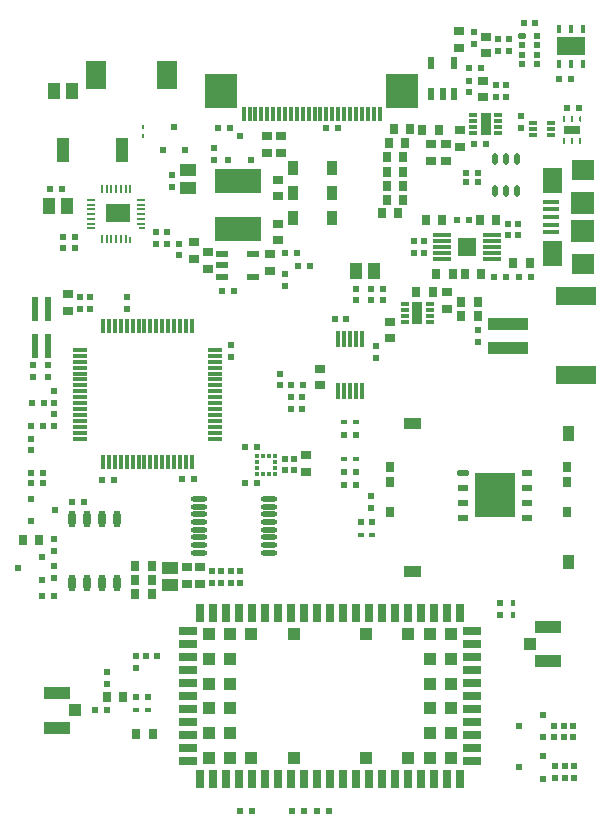
<source format=gbr>
%TF.GenerationSoftware,Altium Limited,Altium Designer,21.2.2 (38)*%
G04 Layer_Color=8421504*
%FSLAX45Y45*%
%MOMM*%
%TF.SameCoordinates,EE3A7C27-349B-46B6-A90B-2B7A9072729B*%
%TF.FilePolarity,Positive*%
%TF.FileFunction,Paste,Top*%
%TF.Part,Single*%
G01*
G75*
%TA.AperFunction,SMDPad,CuDef*%
%ADD11R,0.90000X0.80000*%
%ADD12R,0.80000X0.90000*%
%ADD13O,0.50000X1.00000*%
%ADD14R,0.30000X1.45000*%
%ADD15R,0.60000X0.50000*%
%ADD16R,1.10000X1.40000*%
%ADD17R,0.37500X0.35000*%
%ADD18R,0.35000X0.37500*%
%ADD19R,0.50000X0.60000*%
%ADD20O,0.60000X1.45000*%
%ADD21R,0.50000X0.30000*%
%ADD22R,0.70000X0.30000*%
%ADD23R,0.95000X1.95000*%
%ADD24R,3.50000X1.00000*%
%ADD25R,3.40000X1.50000*%
%TA.AperFunction,ConnectorPad*%
%ADD26R,1.35000X0.40000*%
%ADD27R,1.90000X1.80000*%
%TA.AperFunction,SMDPad,CuDef*%
G04:AMPARAMS|DCode=28|XSize=0.5mm|YSize=0.25mm|CornerRadius=0.0625mm|HoleSize=0mm|Usage=FLASHONLY|Rotation=90.000|XOffset=0mm|YOffset=0mm|HoleType=Round|Shape=RoundedRectangle|*
%AMROUNDEDRECTD28*
21,1,0.50000,0.12500,0,0,90.0*
21,1,0.37500,0.25000,0,0,90.0*
1,1,0.12500,0.06250,0.18750*
1,1,0.12500,0.06250,-0.18750*
1,1,0.12500,-0.06250,-0.18750*
1,1,0.12500,-0.06250,0.18750*
%
%ADD28ROUNDEDRECTD28*%
%ADD29R,0.25000X0.50000*%
%ADD30R,1.35000X0.65000*%
%ADD31R,0.67000X0.30000*%
%ADD32R,0.40000X0.80000*%
%ADD33R,2.40000X1.50000*%
G04:AMPARAMS|DCode=34|XSize=0.5mm|YSize=0.6mm|CornerRadius=0mm|HoleSize=0mm|Usage=FLASHONLY|Rotation=270.000|XOffset=0mm|YOffset=0mm|HoleType=Round|Shape=Octagon|*
%AMOCTAGOND34*
4,1,8,0.30000,0.12500,0.30000,-0.12500,0.17500,-0.25000,-0.17500,-0.25000,-0.30000,-0.12500,-0.30000,0.12500,-0.17500,0.25000,0.17500,0.25000,0.30000,0.12500,0.0*
%
%ADD34OCTAGOND34*%

%ADD35R,0.60000X1.10000*%
%ADD36R,2.70000X3.00000*%
%ADD37R,0.30000X1.20000*%
%ADD38R,1.40000X1.10000*%
%ADD39R,4.00000X2.00000*%
%ADD40R,1.10000X0.60000*%
%ADD41R,0.55000X2.00000*%
%ADD42R,1.00000X2.00000*%
%ADD43R,1.80000X2.40000*%
%ADD47R,0.30000X1.20000*%
%ADD48R,1.20000X0.30000*%
%ADD49R,0.30000X0.50000*%
%ADD50R,0.90000X1.20000*%
%ADD51R,0.50000X0.20000*%
%ADD52R,0.65000X0.20000*%
%ADD53R,0.20000X0.50000*%
%ADD54R,0.20000X0.65000*%
%ADD55R,2.00000X1.50000*%
%ADD56R,0.25000X0.36000*%
%ADD57R,1.60000X0.30000*%
%ADD58R,1.60000X1.60000*%
%ADD59R,0.80000X0.90000*%
%ADD60R,2.20000X1.05000*%
%ADD61R,1.05000X1.00000*%
%ADD62O,1.40000X0.45000*%
G04:AMPARAMS|DCode=63|XSize=0.96mm|YSize=0.5mm|CornerRadius=0.125mm|HoleSize=0mm|Usage=FLASHONLY|Rotation=0.000|XOffset=0mm|YOffset=0mm|HoleType=Round|Shape=RoundedRectangle|*
%AMROUNDEDRECTD63*
21,1,0.96000,0.25000,0,0,0.0*
21,1,0.71000,0.50000,0,0,0.0*
1,1,0.25000,0.35500,-0.12500*
1,1,0.25000,-0.35500,-0.12500*
1,1,0.25000,-0.35500,0.12500*
1,1,0.25000,0.35500,0.12500*
%
%ADD63ROUNDEDRECTD63*%
%ADD64R,0.96000X0.50000*%
%ADD65R,3.40000X3.80000*%
%TA.AperFunction,NonConductor*%
%ADD105R,1.55000X0.75000*%
%ADD106R,0.75000X1.55000*%
%TA.AperFunction,BGAPad,CuDef*%
%ADD107R,1.05000X1.05000*%
G36*
X3489000Y2331500D02*
X3349000D01*
Y2236500D01*
X3489000D01*
Y2331500D01*
D02*
G37*
G36*
Y3488500D02*
X3349000D01*
Y3583500D01*
X3489000D01*
Y3488500D01*
D02*
G37*
G36*
X4786000Y2307500D02*
X4691000D01*
Y2427500D01*
X4786000D01*
Y2307500D01*
D02*
G37*
G36*
Y3392500D02*
X4691000D01*
Y3512500D01*
X4786000D01*
Y3392500D01*
D02*
G37*
G36*
X4525000Y4870000D02*
Y5080000D01*
X4685000D01*
Y4870000D01*
X4525000D01*
D02*
G37*
G36*
X4765000Y5070000D02*
Y5260000D01*
X4955000D01*
Y5070000D01*
X4765000D01*
D02*
G37*
G36*
X4525000Y5490000D02*
Y5700000D01*
X4685000D01*
Y5490000D01*
X4525000D01*
D02*
G37*
G36*
X4765000Y5310000D02*
Y5500000D01*
X4955000D01*
Y5310000D01*
X4765000D01*
D02*
G37*
D11*
X1570000Y4930000D02*
D03*
Y5070000D02*
D03*
X3580000Y5900000D02*
D03*
Y5760000D02*
D03*
X3700000Y5900000D02*
D03*
Y5760000D02*
D03*
X2640000Y3860000D02*
D03*
Y4000000D02*
D03*
X2520000Y3130000D02*
D03*
Y3270000D02*
D03*
X3230000Y4260000D02*
D03*
Y4400000D02*
D03*
X3710000Y4650000D02*
D03*
Y4510000D02*
D03*
X3820000Y5880000D02*
D03*
Y6020000D02*
D03*
X4040000Y6810000D02*
D03*
Y6670000D02*
D03*
X3810000Y6720000D02*
D03*
Y6860000D02*
D03*
X2209999Y4970001D02*
D03*
Y4830001D02*
D03*
X1690000Y4987500D02*
D03*
Y4847500D02*
D03*
X500000Y4630000D02*
D03*
Y4490000D02*
D03*
X2190000Y5830002D02*
D03*
Y5970002D02*
D03*
X2310000Y5830002D02*
D03*
Y5970002D02*
D03*
X2280000Y5600000D02*
D03*
Y5460000D02*
D03*
Y5230000D02*
D03*
Y5090000D02*
D03*
X1620000Y2180000D02*
D03*
Y2320000D02*
D03*
X1507500Y2180000D02*
D03*
Y2320000D02*
D03*
X4020000Y6440000D02*
D03*
Y6300000D02*
D03*
D12*
X1212500Y2090000D02*
D03*
X1072500D02*
D03*
X1212500Y2330000D02*
D03*
X1072500D02*
D03*
X1212450Y2210062D02*
D03*
X1072450D02*
D03*
X4130000Y5260000D02*
D03*
X3990000D02*
D03*
X3860000Y4800000D02*
D03*
X4000000D02*
D03*
X3450000Y4650000D02*
D03*
X3590000D02*
D03*
X260000Y2550000D02*
D03*
X120000D02*
D03*
X3970000Y4450000D02*
D03*
X3830000D02*
D03*
X3970000Y4570000D02*
D03*
X3830000D02*
D03*
X4410000Y4900000D02*
D03*
X4270000D02*
D03*
X3760000Y4800000D02*
D03*
X3620000D02*
D03*
X3530000Y5260000D02*
D03*
X3670000D02*
D03*
X3500000Y6020000D02*
D03*
X3640000D02*
D03*
X3400000Y6030000D02*
D03*
X3260000D02*
D03*
X3360000Y5910000D02*
D03*
X3220000D02*
D03*
X3340000Y5790000D02*
D03*
X3200000D02*
D03*
X3340000Y5670000D02*
D03*
X3200000D02*
D03*
X3340000Y5550000D02*
D03*
X3200000D02*
D03*
X3340000Y5430000D02*
D03*
X3200000D02*
D03*
X3300000Y5320000D02*
D03*
X3160000D02*
D03*
X970000Y1220000D02*
D03*
X830000D02*
D03*
X1220000Y910000D02*
D03*
X1080000D02*
D03*
D13*
X4115000Y5505000D02*
D03*
X4210000D02*
D03*
X4305000D02*
D03*
X4115000Y5775000D02*
D03*
X4210000D02*
D03*
X4305000D02*
D03*
D14*
X2790000Y4250000D02*
D03*
X2840000D02*
D03*
X2890000D02*
D03*
X2940000D02*
D03*
X2990000D02*
D03*
Y3810000D02*
D03*
X2940000D02*
D03*
X2890000D02*
D03*
X2840000D02*
D03*
X2790000D02*
D03*
D15*
X330000Y4030000D02*
D03*
Y3930000D02*
D03*
X4310000Y5130000D02*
D03*
Y5230000D02*
D03*
X4230000Y5130000D02*
D03*
Y5230000D02*
D03*
X3170000Y4680000D02*
D03*
Y4580000D02*
D03*
X2940000Y4680000D02*
D03*
Y4580000D02*
D03*
X3070000Y4680000D02*
D03*
Y4580000D02*
D03*
X2340000Y3240000D02*
D03*
Y3140000D02*
D03*
X2420000Y3240000D02*
D03*
Y3140000D02*
D03*
X210000Y4030000D02*
D03*
Y3930000D02*
D03*
X380000Y3810000D02*
D03*
Y3710000D02*
D03*
X190000Y2900000D02*
D03*
Y2710000D02*
D03*
X390000Y2805000D02*
D03*
X380000Y2560000D02*
D03*
Y2460000D02*
D03*
X280000Y2215000D02*
D03*
Y2405000D02*
D03*
X80000Y2310000D02*
D03*
X380000Y2330000D02*
D03*
Y2230000D02*
D03*
X4630000Y540000D02*
D03*
Y640000D02*
D03*
X4710000Y540000D02*
D03*
Y640000D02*
D03*
X4320000Y625000D02*
D03*
X4520000Y720000D02*
D03*
Y530000D02*
D03*
Y880000D02*
D03*
Y1070000D02*
D03*
X4320000Y975000D02*
D03*
X4620000Y980000D02*
D03*
Y880000D02*
D03*
X4700001Y980000D02*
D03*
Y880000D02*
D03*
X4790000Y540000D02*
D03*
Y640000D02*
D03*
X4780000Y980000D02*
D03*
Y880000D02*
D03*
X4160000Y2020000D02*
D03*
Y1920000D02*
D03*
X3070000Y2920000D02*
D03*
Y2820000D02*
D03*
X3110000Y4190000D02*
D03*
Y4090000D02*
D03*
X3970000Y4230000D02*
D03*
Y4330000D02*
D03*
X3520000Y4980000D02*
D03*
Y5080000D02*
D03*
X3430000D02*
D03*
Y4980000D02*
D03*
X4340000Y6040000D02*
D03*
Y6140000D02*
D03*
X4210000Y6300000D02*
D03*
Y6400000D02*
D03*
X3900000Y6440000D02*
D03*
Y6340000D02*
D03*
X4350000Y6740000D02*
D03*
Y6660000D02*
D03*
Y6580000D02*
D03*
X4477600D02*
D03*
Y6660000D02*
D03*
Y6740000D02*
D03*
Y6820000D02*
D03*
X4240000Y6690000D02*
D03*
Y6790000D02*
D03*
X4140000Y6690000D02*
D03*
Y6790000D02*
D03*
X3940000Y6750000D02*
D03*
Y6850000D02*
D03*
X1380000Y5640000D02*
D03*
Y5540000D02*
D03*
X1000000Y4610000D02*
D03*
Y4510000D02*
D03*
X685000D02*
D03*
Y4610000D02*
D03*
X605000Y4510000D02*
D03*
Y4610000D02*
D03*
X560000Y5120000D02*
D03*
Y5020001D02*
D03*
X460000Y5120000D02*
D03*
Y5020001D02*
D03*
X4130000Y6300000D02*
D03*
Y6400000D02*
D03*
X1440000Y4960001D02*
D03*
Y5060001D02*
D03*
X1250000Y5160001D02*
D03*
Y5060001D02*
D03*
X1340000Y5160001D02*
D03*
Y5060001D02*
D03*
X2340000Y4800000D02*
D03*
Y4700000D02*
D03*
X2480000Y3760000D02*
D03*
Y3660000D02*
D03*
X2300000Y3860000D02*
D03*
Y3960000D02*
D03*
X2390000Y3760000D02*
D03*
Y3660000D02*
D03*
X1740000Y5770002D02*
D03*
Y5870002D02*
D03*
X830000Y1430000D02*
D03*
Y1330000D02*
D03*
X1720000Y2290000D02*
D03*
Y2190000D02*
D03*
X1960000Y2290000D02*
D03*
Y2190000D02*
D03*
X1080000Y1470000D02*
D03*
Y1570000D02*
D03*
X1800000Y2190000D02*
D03*
Y2290000D02*
D03*
X1880000D02*
D03*
Y2190000D02*
D03*
X380000Y3520000D02*
D03*
Y3620000D02*
D03*
X190000Y3410000D02*
D03*
Y3310000D02*
D03*
X1880000Y4100000D02*
D03*
Y4200000D02*
D03*
D16*
X2945000Y4830000D02*
D03*
X3095000D02*
D03*
X345000Y5380000D02*
D03*
X495000D02*
D03*
X385000Y6355000D02*
D03*
X535000D02*
D03*
D17*
X2100000Y3260000D02*
D03*
Y3110000D02*
D03*
X2252500D02*
D03*
Y3260000D02*
D03*
X2100000Y3160000D02*
D03*
Y3210000D02*
D03*
X2252500Y3160000D02*
D03*
Y3210000D02*
D03*
D18*
X2151250Y3261250D02*
D03*
X2201250D02*
D03*
X2151250Y3108750D02*
D03*
X2201250D02*
D03*
D19*
X300000Y3710000D02*
D03*
X200000D02*
D03*
X1570000Y3070000D02*
D03*
X1470000D02*
D03*
X890000Y3060000D02*
D03*
X790000D02*
D03*
X640000Y2870000D02*
D03*
X540000D02*
D03*
X190000Y3120000D02*
D03*
X290000D02*
D03*
Y3030000D02*
D03*
X190000D02*
D03*
X380000Y2080000D02*
D03*
X280000D02*
D03*
X2940000Y3019999D02*
D03*
X2840000D02*
D03*
X2840000Y3439999D02*
D03*
X2940000D02*
D03*
X4210000Y4780000D02*
D03*
X4110000D02*
D03*
X4320000D02*
D03*
X4420000D02*
D03*
X3800000Y5260000D02*
D03*
X3900000D02*
D03*
X3870000Y5580000D02*
D03*
X3970000D02*
D03*
X3870000Y5660000D02*
D03*
X3970000D02*
D03*
X4040000Y5900000D02*
D03*
X3940000D02*
D03*
X4660000Y6450000D02*
D03*
X4760000D02*
D03*
X4830000Y6210000D02*
D03*
X4730000D02*
D03*
X3900000Y6550000D02*
D03*
X4000000D02*
D03*
X4460000Y6930000D02*
D03*
X4360000D02*
D03*
X2690000Y6040000D02*
D03*
X2790000D02*
D03*
X1810000Y4660000D02*
D03*
X1910000D02*
D03*
X350000Y5520000D02*
D03*
X450000D02*
D03*
X1770000Y6040000D02*
D03*
X1870000D02*
D03*
X1955000Y5970002D02*
D03*
X2050000Y5770002D02*
D03*
X1860000D02*
D03*
X1400000Y6050000D02*
D03*
X1495000Y5850000D02*
D03*
X1305000D02*
D03*
X2450000Y4870000D02*
D03*
X2550000D02*
D03*
X2340000Y4980000D02*
D03*
X2440000D02*
D03*
X2390000Y3860000D02*
D03*
X2490000D02*
D03*
X2000000Y3030000D02*
D03*
X2100000D02*
D03*
X730000Y1110000D02*
D03*
X830000D02*
D03*
X2060000Y260000D02*
D03*
X1960000D02*
D03*
X2400000D02*
D03*
X2500000D02*
D03*
X2710000D02*
D03*
X2610000D02*
D03*
X1160000Y1570000D02*
D03*
X1260000D02*
D03*
X1180000Y1220000D02*
D03*
X1080000D02*
D03*
X2940000Y3129999D02*
D03*
X2840000D02*
D03*
X3080000Y2700000D02*
D03*
X2980000D02*
D03*
X289999Y3520000D02*
D03*
X190000D02*
D03*
X2860000Y4420000D02*
D03*
X2760000D02*
D03*
X2100000Y3340000D02*
D03*
X2000000D02*
D03*
D20*
X539500Y2187500D02*
D03*
X666500D02*
D03*
X793500D02*
D03*
X920500D02*
D03*
X539500Y2732500D02*
D03*
X666500D02*
D03*
X793500D02*
D03*
X920500D02*
D03*
D21*
X3080000Y2590000D02*
D03*
X2980000D02*
D03*
X2940000Y3239999D02*
D03*
X2840000D02*
D03*
X2840000Y3550000D02*
D03*
X2940000D02*
D03*
X1180000Y1110000D02*
D03*
X1080000D02*
D03*
D22*
X3564999Y4395000D02*
D03*
X3354999D02*
D03*
X3564999Y4545000D02*
D03*
Y4495000D02*
D03*
Y4445000D02*
D03*
X3354999Y4545000D02*
D03*
Y4445000D02*
D03*
Y4495000D02*
D03*
X3935000Y6145000D02*
D03*
X4145000D02*
D03*
X3935000Y5995000D02*
D03*
Y6045000D02*
D03*
Y6095000D02*
D03*
X4145000Y5995000D02*
D03*
Y6095000D02*
D03*
Y6045000D02*
D03*
D23*
X3459999Y4470000D02*
D03*
X4040000Y6070000D02*
D03*
D24*
X4230000Y4380000D02*
D03*
Y4180000D02*
D03*
D25*
X4805000Y4615000D02*
D03*
Y3945000D02*
D03*
D26*
X4592500Y5285000D02*
D03*
Y5350000D02*
D03*
Y5415000D02*
D03*
Y5220000D02*
D03*
Y5155000D02*
D03*
D27*
X4860000Y4885000D02*
D03*
Y5685000D02*
D03*
D28*
X4835000Y6115000D02*
D03*
D29*
X4770000D02*
D03*
X4705000D02*
D03*
Y5925000D02*
D03*
X4770000D02*
D03*
X4835000D02*
D03*
D30*
X4770000Y6020000D02*
D03*
D31*
X4590000Y5980000D02*
D03*
Y6030000D02*
D03*
Y6080000D02*
D03*
X4440000D02*
D03*
Y6030000D02*
D03*
Y5980000D02*
D03*
D32*
X4860000Y6880000D02*
D03*
X4760000D02*
D03*
X4660000D02*
D03*
X4860000Y6580000D02*
D03*
X4760000D02*
D03*
X4660000D02*
D03*
D33*
X4760000Y6730000D02*
D03*
D34*
X4350000Y6820000D02*
D03*
D35*
X3580000Y6330000D02*
D03*
X3675000D02*
D03*
X3770000D02*
D03*
Y6590000D02*
D03*
X3580000D02*
D03*
D36*
X1800000Y6350000D02*
D03*
X3330000D02*
D03*
D37*
X1990000Y6160000D02*
D03*
X2040000D02*
D03*
X2090000D02*
D03*
X2140000D02*
D03*
X2190000D02*
D03*
X2240000D02*
D03*
X2290000D02*
D03*
X2340000D02*
D03*
X2390000D02*
D03*
X2440000D02*
D03*
X2490000D02*
D03*
X2540000D02*
D03*
X2590000D02*
D03*
X2640000D02*
D03*
X2690000D02*
D03*
X2740000D02*
D03*
X2790000D02*
D03*
X2840000D02*
D03*
X2890000D02*
D03*
X2940000D02*
D03*
X2990000D02*
D03*
X3040000D02*
D03*
X3090000D02*
D03*
X3140000D02*
D03*
D38*
X1520000Y5685000D02*
D03*
Y5535000D02*
D03*
X1365000Y2317500D02*
D03*
Y2167500D02*
D03*
D39*
X1940000Y5180002D02*
D03*
Y5590002D02*
D03*
D40*
X2069999Y4970001D02*
D03*
Y4780001D02*
D03*
X1809999D02*
D03*
Y4875001D02*
D03*
Y4970001D02*
D03*
D41*
X330000Y4190000D02*
D03*
Y4510000D02*
D03*
X220000Y4190000D02*
D03*
Y4510000D02*
D03*
D42*
X460000Y5850000D02*
D03*
X960000D02*
D03*
D43*
X740000Y6490000D02*
D03*
X1340000D02*
D03*
D47*
X850000Y4360000D02*
D03*
X900000D02*
D03*
X950000D02*
D03*
X1000000D02*
D03*
X1050000D02*
D03*
X1100000D02*
D03*
X1150000D02*
D03*
X1200000D02*
D03*
X1250000D02*
D03*
X1300000D02*
D03*
X1350000D02*
D03*
X1400000D02*
D03*
X1450000D02*
D03*
X1500000D02*
D03*
X1550000D02*
D03*
Y3210000D02*
D03*
X1500000D02*
D03*
X1450000D02*
D03*
X1400000D02*
D03*
X1350000D02*
D03*
X1300000D02*
D03*
X1250000D02*
D03*
X1200000D02*
D03*
X1150000D02*
D03*
X1100000D02*
D03*
X1050000D02*
D03*
X1000000D02*
D03*
X950000D02*
D03*
X900000D02*
D03*
X850000D02*
D03*
X800000Y3209999D02*
D03*
Y4360000D02*
D03*
D48*
X1750000Y4160000D02*
D03*
Y4110000D02*
D03*
Y4060000D02*
D03*
Y4010000D02*
D03*
Y3960000D02*
D03*
Y3910000D02*
D03*
Y3860000D02*
D03*
Y3810000D02*
D03*
Y3760000D02*
D03*
Y3710000D02*
D03*
Y3660000D02*
D03*
Y3610000D02*
D03*
Y3560000D02*
D03*
Y3510000D02*
D03*
Y3460000D02*
D03*
Y3410000D02*
D03*
X600000Y3410000D02*
D03*
Y3510000D02*
D03*
Y3459999D02*
D03*
Y3709999D02*
D03*
Y3660000D02*
D03*
Y3610000D02*
D03*
Y3910000D02*
D03*
Y3860000D02*
D03*
Y3809999D02*
D03*
Y4110000D02*
D03*
Y4059999D02*
D03*
Y4010000D02*
D03*
Y3959999D02*
D03*
Y3760000D02*
D03*
Y3559999D02*
D03*
Y4160000D02*
D03*
D49*
X4270000Y1920000D02*
D03*
Y2020000D02*
D03*
D50*
X2410000Y5490002D02*
D03*
X2740000D02*
D03*
Y5700002D02*
D03*
X2410000D02*
D03*
Y5280002D02*
D03*
X2740000D02*
D03*
D51*
X1127500Y5190001D02*
D03*
D52*
X1120000Y5430001D02*
D03*
Y5390001D02*
D03*
Y5350000D02*
D03*
Y5310001D02*
D03*
Y5270001D02*
D03*
Y5230000D02*
D03*
X700000Y5190001D02*
D03*
Y5230000D02*
D03*
Y5270001D02*
D03*
Y5310001D02*
D03*
Y5350000D02*
D03*
Y5390001D02*
D03*
Y5430001D02*
D03*
D53*
X1030000Y5092501D02*
D03*
D54*
X990000Y5100000D02*
D03*
X950000D02*
D03*
X910000D02*
D03*
X870000D02*
D03*
X830000D02*
D03*
X790000D02*
D03*
Y5520001D02*
D03*
X830000D02*
D03*
X870000D02*
D03*
X1030000D02*
D03*
X990000D02*
D03*
X950000D02*
D03*
X910000D02*
D03*
D55*
X930000Y5320001D02*
D03*
D56*
X1140000Y6050000D02*
D03*
Y5970000D02*
D03*
D57*
X4090000Y4930000D02*
D03*
Y4980000D02*
D03*
Y5030000D02*
D03*
Y5080000D02*
D03*
Y5130000D02*
D03*
X3670000D02*
D03*
Y5080000D02*
D03*
Y5030000D02*
D03*
Y4980000D02*
D03*
Y4930000D02*
D03*
D58*
X3880000Y5030000D02*
D03*
D59*
X3233000Y2789000D02*
D03*
Y3043000D02*
D03*
Y3167000D02*
D03*
X4727000Y2789000D02*
D03*
Y3043000D02*
D03*
Y3167000D02*
D03*
D60*
X4570000Y1817500D02*
D03*
Y1522500D02*
D03*
X410000Y962500D02*
D03*
Y1257500D02*
D03*
D61*
X4417500Y1670000D02*
D03*
X562500Y1110000D02*
D03*
D62*
X1615000Y2897500D02*
D03*
Y2832500D02*
D03*
Y2767500D02*
D03*
Y2702500D02*
D03*
Y2637500D02*
D03*
Y2572500D02*
D03*
Y2507500D02*
D03*
Y2442500D02*
D03*
X2205000Y2897500D02*
D03*
Y2832500D02*
D03*
Y2767500D02*
D03*
Y2702500D02*
D03*
Y2637500D02*
D03*
Y2572500D02*
D03*
Y2507500D02*
D03*
Y2442500D02*
D03*
D63*
X3850000Y3120000D02*
D03*
D64*
Y2739000D02*
D03*
Y2993000D02*
D03*
Y2866000D02*
D03*
X4385000Y2739000D02*
D03*
Y2866000D02*
D03*
Y2993000D02*
D03*
Y3120000D02*
D03*
D65*
X4120000Y2930000D02*
D03*
D105*
X1520000Y679979D02*
D03*
X1519974Y790000D02*
D03*
Y900000D02*
D03*
Y1010000D02*
D03*
Y1120000D02*
D03*
X1520000Y1229978D02*
D03*
X1519974Y1340000D02*
D03*
Y1780000D02*
D03*
X1520000Y1449979D02*
D03*
X1519974Y1560000D02*
D03*
X1520000Y1669979D02*
D03*
X3920000Y1779978D02*
D03*
X3919974Y1670000D02*
D03*
X3920000Y1559978D02*
D03*
X3919974Y1450000D02*
D03*
X3920000Y1339978D02*
D03*
X3919974Y1230000D02*
D03*
Y1120000D02*
D03*
X3920000Y1009978D02*
D03*
X3919974Y900000D02*
D03*
X3920000Y789978D02*
D03*
X3919974Y680000D02*
D03*
D106*
X1620001Y1930022D02*
D03*
X1730000D02*
D03*
X1839974Y1930000D02*
D03*
X1950000Y1930022D02*
D03*
X2059974Y1930000D02*
D03*
X2170000Y1930022D02*
D03*
X2279974Y1930000D02*
D03*
X2390001Y1930022D02*
D03*
X2499974Y1930000D02*
D03*
X2609974D02*
D03*
X2720000Y1930022D02*
D03*
X2829974Y1930000D02*
D03*
X2940000Y1930022D02*
D03*
X3049974Y1930000D02*
D03*
X3160001Y1930022D02*
D03*
X3269974Y1930000D02*
D03*
X3379974D02*
D03*
X3490000Y1930022D02*
D03*
X3599974Y1930000D02*
D03*
X3710000Y1930022D02*
D03*
X3819974Y1930000D02*
D03*
Y530000D02*
D03*
X3710000Y530022D02*
D03*
X3599974Y530000D02*
D03*
X3490000Y530022D02*
D03*
X3379974Y530000D02*
D03*
X3269974D02*
D03*
X3160001Y530022D02*
D03*
X3049974Y530000D02*
D03*
X2940000Y530022D02*
D03*
X2829974Y530000D02*
D03*
X2720000Y530022D02*
D03*
X2609974Y530000D02*
D03*
X2499974D02*
D03*
X2390001Y530022D02*
D03*
X2279974Y530000D02*
D03*
X2170000Y530022D02*
D03*
X2059974Y530000D02*
D03*
X1950000Y530022D02*
D03*
X1839974Y530000D02*
D03*
X1730000Y530022D02*
D03*
X1620001D02*
D03*
D107*
X1695000Y705000D02*
D03*
Y915000D02*
D03*
Y1125000D02*
D03*
Y1335000D02*
D03*
Y1545000D02*
D03*
Y1755000D02*
D03*
X1875000Y705000D02*
D03*
Y915000D02*
D03*
Y1125000D02*
D03*
Y1335000D02*
D03*
Y1545000D02*
D03*
Y1755000D02*
D03*
X2055000Y705000D02*
D03*
Y1755000D02*
D03*
X2415000Y705000D02*
D03*
Y1755000D02*
D03*
X3025000Y705000D02*
D03*
Y1755000D02*
D03*
X3385000Y705000D02*
D03*
Y1755000D02*
D03*
X3565000Y705000D02*
D03*
Y915000D02*
D03*
Y1125000D02*
D03*
Y1335000D02*
D03*
Y1545000D02*
D03*
Y1755000D02*
D03*
X3745000Y705000D02*
D03*
Y915000D02*
D03*
Y1125000D02*
D03*
Y1335000D02*
D03*
Y1545000D02*
D03*
Y1755000D02*
D03*
%TF.MD5,6c85d8f8dc11991a5ee92db837eec2c5*%
M02*

</source>
